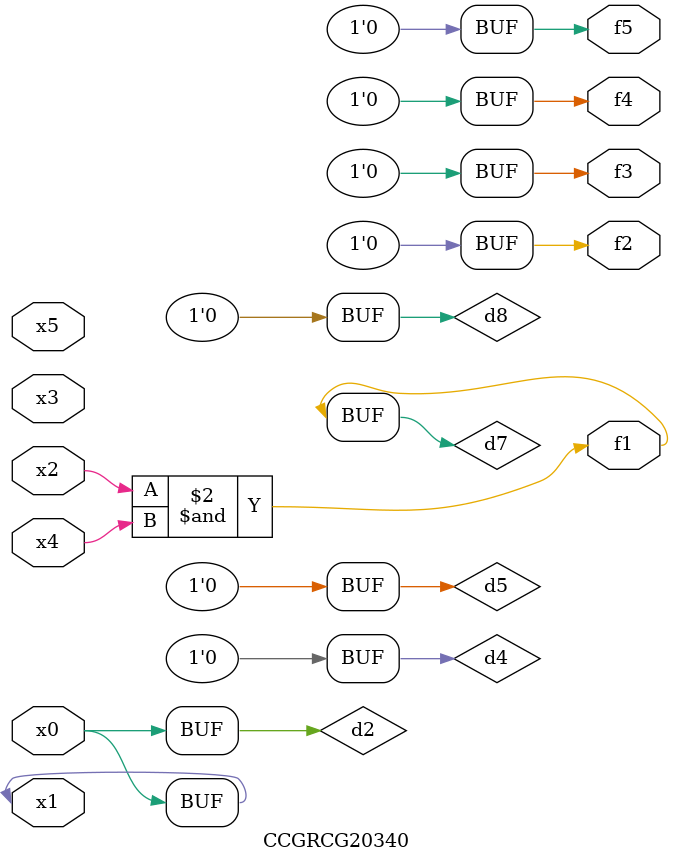
<source format=v>
module CCGRCG20340(
	input x0, x1, x2, x3, x4, x5,
	output f1, f2, f3, f4, f5
);

	wire d1, d2, d3, d4, d5, d6, d7, d8, d9;

	nand (d1, x1);
	buf (d2, x0, x1);
	nand (d3, x2, x4);
	and (d4, d1, d2);
	and (d5, d1, d2);
	nand (d6, d1, d3);
	not (d7, d3);
	xor (d8, d5);
	nor (d9, d5, d6);
	assign f1 = d7;
	assign f2 = d8;
	assign f3 = d8;
	assign f4 = d8;
	assign f5 = d8;
endmodule

</source>
